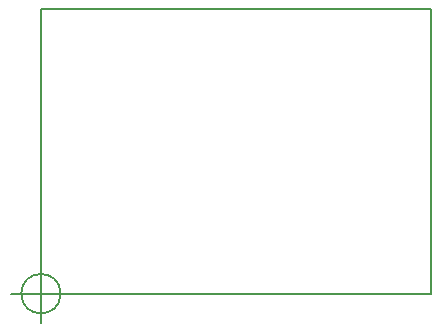
<source format=gbr>
G04 #@! TF.GenerationSoftware,KiCad,Pcbnew,5.0.0-fee4fd1~66~ubuntu18.04.1*
G04 #@! TF.CreationDate,2018-09-19T14:49:28+02:00*
G04 #@! TF.ProjectId,pwrsupply,707772737570706C792E6B696361645F,rev?*
G04 #@! TF.SameCoordinates,Original*
G04 #@! TF.FileFunction,Profile,NP*
%FSLAX46Y46*%
G04 Gerber Fmt 4.6, Leading zero omitted, Abs format (unit mm)*
G04 Created by KiCad (PCBNEW 5.0.0-fee4fd1~66~ubuntu18.04.1) date Wed Sep 19 14:49:28 2018*
%MOMM*%
%LPD*%
G01*
G04 APERTURE LIST*
%ADD10C,0.150000*%
G04 APERTURE END LIST*
D10*
X121285000Y-86995000D02*
X88265000Y-86995000D01*
X121285000Y-62865000D02*
X121285000Y-86995000D01*
X88265000Y-62865000D02*
X121285000Y-62865000D01*
X88265000Y-86995000D02*
X88265000Y-62865000D01*
X89931666Y-86995000D02*
G75*
G03X89931666Y-86995000I-1666666J0D01*
G01*
X85765000Y-86995000D02*
X90765000Y-86995000D01*
X88265000Y-84495000D02*
X88265000Y-89495000D01*
M02*

</source>
